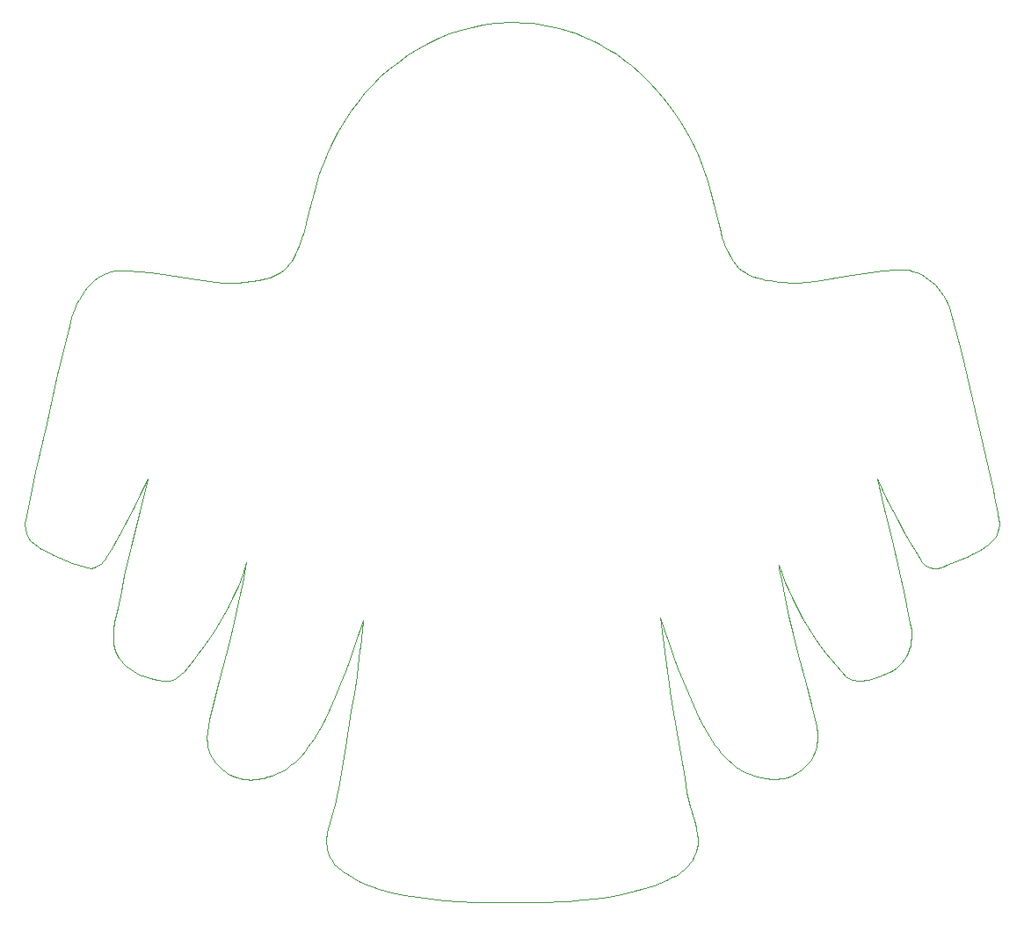
<source format=gbr>
%TF.GenerationSoftware,KiCad,Pcbnew,9.0.6*%
%TF.CreationDate,2026-01-05T12:28:17+01:00*%
%TF.ProjectId,Seegeist,53656567-6569-4737-942e-6b696361645f,rev?*%
%TF.SameCoordinates,Original*%
%TF.FileFunction,Profile,NP*%
%FSLAX46Y46*%
G04 Gerber Fmt 4.6, Leading zero omitted, Abs format (unit mm)*
G04 Created by KiCad (PCBNEW 9.0.6) date 2026-01-05 12:28:17*
%MOMM*%
%LPD*%
G01*
G04 APERTURE LIST*
%TA.AperFunction,Profile*%
%ADD10C,0.100000*%
%TD*%
G04 APERTURE END LIST*
D10*
X151927260Y-120907500D02*
X151686260Y-118974100D01*
X136602860Y-59661500D02*
X136041660Y-59690240D01*
X136041660Y-59690240D02*
X135483060Y-59737640D01*
X135483060Y-59737640D02*
X134374860Y-59886810D01*
X134374860Y-59886810D02*
X133281060Y-60106510D01*
X133281060Y-60106510D02*
X132204360Y-60394270D01*
X132204360Y-60394270D02*
X131147760Y-60747460D01*
X131147760Y-60747460D02*
X130114060Y-61163480D01*
X130114060Y-61163480D02*
X129105860Y-61639960D01*
X129105860Y-61639960D02*
X128126360Y-62174300D01*
X128126360Y-62174300D02*
X127177860Y-62763990D01*
X127177860Y-62763990D02*
X126263460Y-63406430D01*
X126263460Y-63406430D02*
X125385960Y-64099010D01*
X125385960Y-64099010D02*
X124548060Y-64839400D01*
X124548060Y-64839400D02*
X123752760Y-65624800D01*
X123752760Y-65624800D02*
X123002660Y-66452900D01*
X123002660Y-66452900D02*
X122300660Y-67321100D01*
X122300660Y-67321100D02*
X121649660Y-68226700D01*
X121649660Y-68226700D02*
X121199760Y-68869700D01*
X121199760Y-68869700D02*
X120779860Y-69528500D01*
X120779860Y-69528500D02*
X120388260Y-70202000D01*
X120388260Y-70202000D02*
X120023260Y-70888800D01*
X120023260Y-70888800D02*
X119683260Y-71588000D01*
X119683260Y-71588000D02*
X119366660Y-72298400D01*
X119366660Y-72298400D02*
X119071760Y-73018700D01*
X119071760Y-73018700D02*
X118797060Y-73747700D01*
X118797060Y-73747700D02*
X118540960Y-74484600D01*
X118540960Y-74484600D02*
X118301660Y-75227800D01*
X118301660Y-75227800D02*
X117867360Y-76729200D01*
X117867360Y-76729200D02*
X117481060Y-78242600D01*
X117481060Y-78242600D02*
X117130060Y-79758700D01*
X117130060Y-79758700D02*
X116929760Y-80501800D01*
X116929760Y-80501800D02*
X116667060Y-81244800D01*
X116667060Y-81244800D02*
X116510560Y-81608700D01*
X116510560Y-81608700D02*
X116336160Y-81963600D01*
X116336160Y-81963600D02*
X116143060Y-82306500D01*
X116143060Y-82306500D02*
X115930760Y-82634400D01*
X115930760Y-82634400D02*
X115698060Y-82944500D01*
X115698060Y-82944500D02*
X115444460Y-83233300D01*
X115444460Y-83233300D02*
X115168960Y-83498300D01*
X115168960Y-83498300D02*
X114871160Y-83736300D01*
X114871160Y-83736300D02*
X114549960Y-83944300D01*
X114549960Y-83944300D02*
X114204660Y-84119400D01*
X114204660Y-84119400D02*
X113834560Y-84258500D01*
X113834560Y-84258500D02*
X113438960Y-84358600D01*
X113438960Y-84358600D02*
X112771960Y-84499800D01*
X112771960Y-84499800D02*
X112097260Y-84619900D01*
X112097260Y-84619900D02*
X111416160Y-84713700D01*
X111416160Y-84713700D02*
X110730360Y-84776500D01*
X110730360Y-84776500D02*
X110041260Y-84803200D01*
X110041260Y-84803200D02*
X109350560Y-84788900D01*
X109350560Y-84788900D02*
X108659560Y-84728700D01*
X108659560Y-84728700D02*
X107969960Y-84617500D01*
X107969960Y-84617500D02*
X106852160Y-84451200D01*
X106852160Y-84451200D02*
X105732460Y-84267600D01*
X105732460Y-84267600D02*
X103486560Y-83905700D01*
X103486560Y-83905700D02*
X102360160Y-83755500D01*
X102360160Y-83755500D02*
X101231060Y-83644200D01*
X101231060Y-83644200D02*
X100099360Y-83586300D01*
X100099360Y-83586300D02*
X99532260Y-83581600D01*
X99532260Y-83581600D02*
X98964560Y-83595500D01*
X98964560Y-83595500D02*
X98499660Y-83703400D01*
X98499660Y-83703400D02*
X98060860Y-83857600D01*
X98060860Y-83857600D02*
X97647860Y-84055200D01*
X97647860Y-84055200D02*
X97260450Y-84292200D01*
X97260450Y-84292200D02*
X96898420Y-84565400D01*
X96898420Y-84565400D02*
X96561530Y-84871300D01*
X96561530Y-84871300D02*
X96249640Y-85206300D01*
X96249640Y-85206300D02*
X95962630Y-85567100D01*
X95962630Y-85567100D02*
X95700000Y-85950000D01*
X95700000Y-85950000D02*
X95461880Y-86351800D01*
X95461880Y-86351800D02*
X95247900Y-86768800D01*
X95247900Y-86768800D02*
X95057810Y-87197500D01*
X95057810Y-87197500D02*
X94891470Y-87634700D01*
X94891470Y-87634700D02*
X94748780Y-88076500D01*
X94748780Y-88076500D02*
X94629220Y-88519800D01*
X94629220Y-88519800D02*
X94532930Y-88961000D01*
X94532930Y-88961000D02*
X93396340Y-93618400D01*
X93396340Y-93618400D02*
X92314140Y-98289300D01*
X92314140Y-98289300D02*
X91278190Y-102970400D01*
X91278190Y-102970400D02*
X90280290Y-107658200D01*
X90280290Y-107658200D02*
X90256010Y-107877600D01*
X90256010Y-107877600D02*
X90251210Y-108095200D01*
X90251210Y-108095200D02*
X90297500Y-108521500D01*
X90297500Y-108521500D02*
X90413980Y-108929400D01*
X90413980Y-108929400D02*
X90595460Y-109311000D01*
X90595460Y-109311000D02*
X90836750Y-109658200D01*
X90836750Y-109658200D02*
X91132640Y-109963400D01*
X91132640Y-109963400D02*
X91477960Y-110218600D01*
X91477960Y-110218600D02*
X91667530Y-110324900D01*
X91667530Y-110324900D02*
X91867500Y-110415700D01*
X91867500Y-110415700D02*
X92428560Y-110724800D01*
X92428560Y-110724800D02*
X93001440Y-111018600D01*
X93001440Y-111018600D02*
X93584820Y-111295100D01*
X93584820Y-111295100D02*
X94177250Y-111551200D01*
X94177250Y-111551200D02*
X94777270Y-111784700D01*
X94777270Y-111784700D02*
X95383760Y-111993000D01*
X95383760Y-111993000D02*
X95995100Y-112173500D01*
X95995100Y-112173500D02*
X96610050Y-112323500D01*
X96610050Y-112323500D02*
X96877770Y-112242300D01*
X96877770Y-112242300D02*
X97122110Y-112132200D01*
X97122110Y-112132200D02*
X97345170Y-111996200D01*
X97345170Y-111996200D02*
X97549080Y-111837100D01*
X97549080Y-111837100D02*
X97735960Y-111657600D01*
X97735960Y-111657600D02*
X97907860Y-111460600D01*
X97907860Y-111460600D02*
X98215360Y-111025300D01*
X98215360Y-111025300D02*
X98488260Y-110554000D01*
X98488260Y-110554000D02*
X98743360Y-110068900D01*
X98743360Y-110068900D02*
X98997660Y-109592500D01*
X98997660Y-109592500D02*
X99267860Y-109147800D01*
X99267860Y-109147800D02*
X100689460Y-106424600D01*
X100689460Y-106424600D02*
X101374760Y-105050000D01*
X101374760Y-105050000D02*
X102040660Y-103666000D01*
X102040660Y-103666000D02*
X101279060Y-106760400D01*
X101279060Y-106760400D02*
X100530560Y-109857800D01*
X100530560Y-109857800D02*
X99828260Y-112965000D01*
X99828260Y-112965000D02*
X99504860Y-114524200D01*
X99504860Y-114524200D02*
X99205560Y-116088100D01*
X99205560Y-116088100D02*
X99015560Y-116761900D01*
X99015560Y-116761900D02*
X98860460Y-117464300D01*
X98860460Y-117464300D02*
X98759560Y-118180800D01*
X98759560Y-118180800D02*
X98735460Y-118539800D01*
X98735460Y-118539800D02*
X98732060Y-118897000D01*
X98732060Y-118897000D02*
X98751960Y-119250400D01*
X98751960Y-119250400D02*
X98797460Y-119598400D01*
X98797460Y-119598400D02*
X98870960Y-119939000D01*
X98870960Y-119939000D02*
X98975060Y-120270600D01*
X98975060Y-120270600D02*
X99111860Y-120591200D01*
X99111860Y-120591200D02*
X99284060Y-120899000D01*
X99284060Y-120899000D02*
X99493960Y-121192300D01*
X99493960Y-121192300D02*
X99743860Y-121469300D01*
X99743860Y-121469300D02*
X99962360Y-121679500D01*
X99962360Y-121679500D02*
X100193260Y-121875200D01*
X100193260Y-121875200D02*
X100688860Y-122222700D01*
X100688860Y-122222700D02*
X101222160Y-122512500D01*
X101222160Y-122512500D02*
X101785160Y-122745900D01*
X101785160Y-122745900D02*
X102369160Y-122923700D01*
X102369160Y-122923700D02*
X102965860Y-123046800D01*
X102965860Y-123046800D02*
X103567060Y-123116200D01*
X103567060Y-123116200D02*
X104164160Y-123133000D01*
X104164160Y-123133000D02*
X104430560Y-123045400D01*
X104430560Y-123045400D02*
X104679360Y-122932900D01*
X104679360Y-122932900D02*
X104911860Y-122798300D01*
X104911860Y-122798300D02*
X105130060Y-122643900D01*
X105130060Y-122643900D02*
X105335660Y-122472000D01*
X105335660Y-122472000D02*
X105529960Y-122285100D01*
X105529960Y-122285100D02*
X105891860Y-121876200D01*
X105891860Y-121876200D02*
X106229260Y-121436700D01*
X106229260Y-121436700D02*
X106555060Y-120986100D01*
X106555060Y-120986100D02*
X106882860Y-120543900D01*
X106882860Y-120543900D02*
X107225660Y-120129600D01*
X107225660Y-120129600D02*
X107916960Y-119165300D01*
X107916960Y-119165300D02*
X108570260Y-118174100D01*
X108570260Y-118174100D02*
X109183560Y-117157200D01*
X109183560Y-117157200D02*
X109754760Y-116116100D01*
X109754760Y-116116100D02*
X110281660Y-115052300D01*
X110281660Y-115052300D02*
X110762560Y-113967100D01*
X110762560Y-113967100D02*
X111195360Y-112861800D01*
X111195360Y-112861800D02*
X111577760Y-111737900D01*
X111577760Y-111737900D02*
X111215360Y-113654100D01*
X111215360Y-113654100D02*
X110813960Y-115559000D01*
X110813960Y-115559000D02*
X110380960Y-117455100D01*
X110380960Y-117455100D02*
X109924260Y-119345000D01*
X109924260Y-119345000D02*
X108969560Y-123116900D01*
X108969560Y-123116900D02*
X108010860Y-126895300D01*
X108010860Y-126895300D02*
X107876760Y-127453800D01*
X107876760Y-127453800D02*
X107792560Y-128027300D01*
X107792560Y-128027300D02*
X107766260Y-128605700D01*
X107766260Y-128605700D02*
X107805760Y-129178800D01*
X107805760Y-129178800D02*
X107852660Y-129460200D01*
X107852660Y-129460200D02*
X107918960Y-129736500D01*
X107918960Y-129736500D02*
X108005560Y-130006400D01*
X108005560Y-130006400D02*
X108113560Y-130268600D01*
X108113560Y-130268600D02*
X108243860Y-130521900D01*
X108243860Y-130521900D02*
X108397560Y-130765100D01*
X108397560Y-130765100D02*
X108575560Y-130996800D01*
X108575560Y-130996800D02*
X108778860Y-131215800D01*
X108778860Y-131215800D02*
X109004760Y-131465100D01*
X109004760Y-131465100D02*
X109248860Y-131690900D01*
X109248860Y-131690900D02*
X109509660Y-131893200D01*
X109509660Y-131893200D02*
X109785060Y-132071900D01*
X109785060Y-132071900D02*
X110073560Y-132227300D01*
X110073560Y-132227300D02*
X110373360Y-132359200D01*
X110373360Y-132359200D02*
X110682660Y-132467700D01*
X110682660Y-132467700D02*
X110999660Y-132552800D01*
X110999660Y-132552800D02*
X111322660Y-132614600D01*
X111322660Y-132614600D02*
X111649960Y-132653000D01*
X111649960Y-132653000D02*
X111979660Y-132668300D01*
X111979660Y-132668300D02*
X112310160Y-132660200D01*
X112310160Y-132660200D02*
X112639560Y-132629000D01*
X112639560Y-132629000D02*
X112966260Y-132574600D01*
X112966260Y-132574600D02*
X113288360Y-132497100D01*
X113288360Y-132497100D02*
X113604360Y-132396500D01*
X113604360Y-132396500D02*
X114093160Y-132251900D01*
X114093160Y-132251900D02*
X114557460Y-132067800D01*
X114557460Y-132067800D02*
X114997960Y-131847400D01*
X114997960Y-131847400D02*
X115416060Y-131593200D01*
X115416060Y-131593200D02*
X115812460Y-131308300D01*
X115812460Y-131308300D02*
X116188460Y-130995700D01*
X116188460Y-130995700D02*
X116545160Y-130658100D01*
X116545160Y-130658100D02*
X116883360Y-130298600D01*
X116883360Y-130298600D02*
X117204360Y-129920200D01*
X117204360Y-129920200D02*
X117509260Y-129525700D01*
X117509260Y-129525700D02*
X118074460Y-128699800D01*
X118074460Y-128699800D02*
X118587560Y-127844800D01*
X118587560Y-127844800D02*
X119057060Y-126983800D01*
X119057060Y-126983800D02*
X119617060Y-125812900D01*
X119617060Y-125812900D02*
X120146260Y-124628000D01*
X120146260Y-124628000D02*
X120647360Y-123430300D01*
X120647360Y-123430300D02*
X121123260Y-122222000D01*
X121123260Y-122222000D02*
X121576560Y-121004800D01*
X121576560Y-121004800D02*
X122010260Y-119780500D01*
X122010260Y-119780500D02*
X122829160Y-117317600D01*
X122829160Y-117317600D02*
X122827460Y-117565000D01*
X122827460Y-117565000D02*
X122775560Y-118068600D01*
X122775560Y-118068600D02*
X122647860Y-119138700D01*
X122647860Y-119138700D02*
X122437760Y-120874700D01*
X122437760Y-120874700D02*
X122201160Y-122605000D01*
X122201160Y-122605000D02*
X121942460Y-124330600D01*
X121942460Y-124330600D02*
X121667060Y-126053300D01*
X121667060Y-126053300D02*
X121084960Y-129494600D01*
X121084960Y-129494600D02*
X120493660Y-132939200D01*
X120493660Y-132939200D02*
X120419460Y-133547900D01*
X120419460Y-133547900D02*
X120304660Y-134150300D01*
X120304660Y-134150300D02*
X120159860Y-134747900D01*
X120159860Y-134747900D02*
X119995660Y-135342600D01*
X119995660Y-135342600D02*
X119650860Y-136529600D01*
X119650860Y-136529600D02*
X119491560Y-137125200D01*
X119491560Y-137125200D02*
X119355060Y-137724600D01*
X119355060Y-137724600D02*
X119306560Y-137995800D01*
X119306560Y-137995800D02*
X119278460Y-138268900D01*
X119278460Y-138268900D02*
X119270560Y-138542500D01*
X119270560Y-138542500D02*
X119282460Y-138815100D01*
X119282460Y-138815100D02*
X119314160Y-139085500D01*
X119314160Y-139085500D02*
X119365360Y-139352300D01*
X119365360Y-139352300D02*
X119435760Y-139613900D01*
X119435760Y-139613900D02*
X119525060Y-139869200D01*
X119525060Y-139869200D02*
X119633160Y-140116600D01*
X119633160Y-140116600D02*
X119759860Y-140354900D01*
X119759860Y-140354900D02*
X119904660Y-140582500D01*
X119904660Y-140582500D02*
X120067460Y-140798300D01*
X120067460Y-140798300D02*
X120248260Y-141000700D01*
X120248260Y-141000700D02*
X120446460Y-141188300D01*
X120446460Y-141188300D02*
X120662060Y-141360000D01*
X120662060Y-141360000D02*
X120894560Y-141514000D01*
X120894560Y-141514000D02*
X121425360Y-141879900D01*
X121425360Y-141879900D02*
X121973760Y-142206600D01*
X121973760Y-142206600D02*
X122537960Y-142497000D01*
X122537960Y-142497000D02*
X123116460Y-142754200D01*
X123116460Y-142754200D02*
X123707660Y-142981000D01*
X123707660Y-142981000D02*
X124309960Y-143180200D01*
X124309960Y-143180200D02*
X124921660Y-143354600D01*
X124921660Y-143354600D02*
X125541260Y-143507400D01*
X125541260Y-143507400D02*
X126797660Y-143758900D01*
X126797660Y-143758900D02*
X128066460Y-143958100D01*
X128066460Y-143958100D02*
X130589060Y-144291400D01*
X130589060Y-144291400D02*
X132086260Y-144393500D01*
X132086260Y-144393500D02*
X133585560Y-144459400D01*
X133585560Y-144459400D02*
X135085960Y-144493500D01*
X135085960Y-144493500D02*
X136587360Y-144501100D01*
X136587360Y-144501100D02*
X138088960Y-144486500D01*
X138088960Y-144486500D02*
X139590160Y-144454700D01*
X139590160Y-144454700D02*
X142590060Y-144358900D01*
X142590060Y-144358900D02*
X143879660Y-144244700D01*
X143879660Y-144244700D02*
X145174160Y-144106000D01*
X145174160Y-144106000D02*
X146466360Y-143930100D01*
X146466360Y-143930100D02*
X147749460Y-143704100D01*
X147749460Y-143704100D02*
X149016860Y-143415800D01*
X149016860Y-143415800D02*
X149642360Y-143244100D01*
X149642360Y-143244100D02*
X150261260Y-143052000D01*
X150261260Y-143052000D02*
X150872860Y-142837900D01*
X150872860Y-142837900D02*
X151476160Y-142600400D01*
X151476160Y-142600400D02*
X152070260Y-142337600D01*
X152070260Y-142337600D02*
X152654360Y-142048100D01*
X152654360Y-142048100D02*
X152930060Y-141896100D01*
X152930060Y-141896100D02*
X153197960Y-141725800D01*
X153197960Y-141725800D02*
X153456060Y-141537900D01*
X153456060Y-141537900D02*
X153702560Y-141333800D01*
X153702560Y-141333800D02*
X153935260Y-141114100D01*
X153935260Y-141114100D02*
X154152360Y-140879800D01*
X154152360Y-140879800D02*
X154351960Y-140632100D01*
X154351960Y-140632100D02*
X154531760Y-140371900D01*
X154531760Y-140371900D02*
X154689960Y-140099900D01*
X154689960Y-140099900D02*
X154824560Y-139817500D01*
X154824560Y-139817500D02*
X154933660Y-139525300D01*
X154933660Y-139525300D02*
X155015160Y-139224500D01*
X155015160Y-139224500D02*
X155067160Y-138915900D01*
X155067160Y-138915900D02*
X155087560Y-138600700D01*
X155087560Y-138600700D02*
X155074460Y-138279700D01*
X155074460Y-138279700D02*
X155025960Y-137953700D01*
X155025960Y-137953700D02*
X154897760Y-137261200D01*
X154897760Y-137261200D02*
X154729860Y-136577400D01*
X154729860Y-136577400D02*
X154339860Y-135222400D01*
X154339860Y-135222400D02*
X154149560Y-134544100D01*
X154149560Y-134544100D02*
X153983860Y-133860900D01*
X153983860Y-133860900D02*
X153858460Y-133169000D01*
X153858460Y-133169000D02*
X153789660Y-132465200D01*
X153789660Y-132465200D02*
X153110960Y-128618900D01*
X153110960Y-128618900D02*
X152481560Y-124767100D01*
X152481560Y-124767100D02*
X152193460Y-122838400D01*
X152193460Y-122838400D02*
X151927260Y-120907500D01*
X151686260Y-118974100D02*
X151473560Y-117037700D01*
X151473560Y-117037700D02*
X151845260Y-118279900D01*
X151845260Y-118279900D02*
X152247160Y-119512800D01*
X152247160Y-119512800D02*
X152677460Y-120736600D01*
X152677460Y-120736600D02*
X153133760Y-121951200D01*
X153133760Y-121951200D02*
X153613860Y-123156700D01*
X153613860Y-123156700D02*
X154115560Y-124353200D01*
X154115560Y-124353200D02*
X154636960Y-125540900D01*
X154636960Y-125540900D02*
X155175860Y-126719700D01*
X155175860Y-126719700D02*
X155637560Y-127583600D01*
X155637560Y-127583600D02*
X156139960Y-128446700D01*
X156139960Y-128446700D02*
X156692060Y-129285600D01*
X156692060Y-129285600D02*
X156989660Y-129688500D01*
X156989660Y-129688500D02*
X157303060Y-130076500D01*
X157303060Y-130076500D02*
X157633460Y-130446600D01*
X157633460Y-130446600D02*
X157981760Y-130795900D01*
X157981760Y-130795900D02*
X158349560Y-131121500D01*
X158349560Y-131121500D02*
X158737560Y-131420300D01*
X158737560Y-131420300D02*
X159146960Y-131689400D01*
X159146960Y-131689400D02*
X159579160Y-131925900D01*
X159579160Y-131925900D02*
X160035060Y-132126900D01*
X160035060Y-132126900D02*
X160515760Y-132289200D01*
X160515760Y-132289200D02*
X161130160Y-132467200D01*
X161130160Y-132467200D02*
X161765060Y-132577600D01*
X161765060Y-132577600D02*
X162086360Y-132605500D01*
X162086360Y-132605500D02*
X162407960Y-132614100D01*
X162407960Y-132614100D02*
X162728460Y-132602500D01*
X162728460Y-132602500D02*
X163046160Y-132570100D01*
X163046160Y-132570100D02*
X163359660Y-132516100D01*
X163359660Y-132516100D02*
X163667260Y-132439800D01*
X163667260Y-132439800D02*
X163967260Y-132340100D01*
X163967260Y-132340100D02*
X164258260Y-132216600D01*
X164258260Y-132216600D02*
X164538760Y-132068100D01*
X164538760Y-132068100D02*
X164806960Y-131894200D01*
X164806960Y-131894200D02*
X165061460Y-131693900D01*
X165061460Y-131693900D02*
X165300560Y-131466400D01*
X165300560Y-131466400D02*
X165514960Y-131260100D01*
X165514960Y-131260100D02*
X165710660Y-131039200D01*
X165710660Y-131039200D02*
X165887660Y-130805000D01*
X165887660Y-130805000D02*
X166045660Y-130559000D01*
X166045660Y-130559000D02*
X166184360Y-130302400D01*
X166184360Y-130302400D02*
X166303860Y-130036700D01*
X166303860Y-130036700D02*
X166403560Y-129763100D01*
X166403560Y-129763100D02*
X166483460Y-129483100D01*
X166483460Y-129483100D02*
X166543460Y-129197800D01*
X166543460Y-129197800D02*
X166582960Y-128908900D01*
X166582960Y-128908900D02*
X166602260Y-128617600D01*
X166602260Y-128617600D02*
X166600760Y-128325100D01*
X166600760Y-128325100D02*
X166578360Y-128032800D01*
X166578360Y-128032800D02*
X166534960Y-127742200D01*
X166534960Y-127742200D02*
X166470260Y-127454600D01*
X166470260Y-127454600D02*
X166384060Y-127171300D01*
X166384060Y-127171300D02*
X165989660Y-125449600D01*
X165989660Y-125449600D02*
X165565760Y-123734800D01*
X165565760Y-123734800D02*
X164680560Y-120314000D01*
X164680560Y-120314000D02*
X164244060Y-118602100D01*
X164244060Y-118602100D02*
X163828560Y-116885300D01*
X163828560Y-116885300D02*
X163446560Y-115160700D01*
X163446560Y-115160700D02*
X163110460Y-113425400D01*
X163110460Y-113425400D02*
X162894360Y-112331400D01*
X162894360Y-112331400D02*
X162831560Y-111946200D01*
X162831560Y-111946200D02*
X162837860Y-111933600D01*
X162837860Y-111933600D02*
X162856160Y-111966700D01*
X162856160Y-111966700D02*
X162935060Y-112195100D01*
X162935060Y-112195100D02*
X163201060Y-112927200D01*
X163201060Y-112927200D02*
X163485760Y-113652700D01*
X163485760Y-113652700D02*
X163789460Y-114370900D01*
X163789460Y-114370900D02*
X164111660Y-115081100D01*
X164111660Y-115081100D02*
X164452460Y-115782900D01*
X164452460Y-115782900D02*
X164811460Y-116475600D01*
X164811460Y-116475600D02*
X165188760Y-117158300D01*
X165188760Y-117158300D02*
X165584160Y-117830900D01*
X165584160Y-117830900D02*
X165997560Y-118492400D01*
X165997560Y-118492400D02*
X166428660Y-119142200D01*
X166428660Y-119142200D02*
X166877360Y-119779700D01*
X166877360Y-119779700D02*
X167343760Y-120404500D01*
X167343760Y-120404500D02*
X167827360Y-121015700D01*
X167827360Y-121015700D02*
X168328360Y-121612900D01*
X168328360Y-121612900D02*
X168846360Y-122195400D01*
X168846360Y-122195400D02*
X169381360Y-122762400D01*
X169381360Y-122762400D02*
X169631560Y-122905600D01*
X169631560Y-122905600D02*
X169887060Y-123011400D01*
X169887060Y-123011400D02*
X170147160Y-123082900D01*
X170147160Y-123082900D02*
X170411060Y-123123200D01*
X170411060Y-123123200D02*
X170677960Y-123135200D01*
X170677960Y-123135200D02*
X170946760Y-123122000D01*
X170946760Y-123122000D02*
X171216860Y-123086600D01*
X171216860Y-123086600D02*
X171487460Y-123032200D01*
X171487460Y-123032200D02*
X172026260Y-122877800D01*
X172026260Y-122877800D02*
X172556760Y-122683200D01*
X172556760Y-122683200D02*
X173565360Y-122270000D01*
X173565360Y-122270000D02*
X173891660Y-122080700D01*
X173891660Y-122080700D02*
X174192060Y-121861200D01*
X174192060Y-121861200D02*
X174466060Y-121614500D01*
X174466060Y-121614500D02*
X174712860Y-121343200D01*
X174712860Y-121343200D02*
X174932460Y-121050100D01*
X174932460Y-121050100D02*
X175124160Y-120737800D01*
X175124160Y-120737800D02*
X175287360Y-120409000D01*
X175287360Y-120409000D02*
X175421860Y-120066600D01*
X175421860Y-120066600D02*
X175526960Y-119713300D01*
X175526960Y-119713300D02*
X175602460Y-119351700D01*
X175602460Y-119351700D02*
X175647660Y-118984500D01*
X175647660Y-118984500D02*
X175662060Y-118614600D01*
X175662060Y-118614600D02*
X175645560Y-118244600D01*
X175645560Y-118244600D02*
X175597160Y-117877200D01*
X175597160Y-117877200D02*
X175516760Y-117515200D01*
X175516760Y-117515200D02*
X175403960Y-117161300D01*
X175403960Y-117161300D02*
X174860660Y-114509800D01*
X174860660Y-114509800D02*
X174294760Y-111864100D01*
X174294760Y-111864100D02*
X173690760Y-109226900D01*
X173690760Y-109226900D02*
X173033360Y-106601200D01*
X173033360Y-106601200D02*
X172319160Y-103644400D01*
X172319160Y-103644400D02*
X173310460Y-105705000D01*
X173310460Y-105705000D02*
X174343460Y-107748400D01*
X174343460Y-107748400D02*
X174884760Y-108756500D01*
X174884760Y-108756500D02*
X175447460Y-109751700D01*
X175447460Y-109751700D02*
X176035160Y-110731200D01*
X176035160Y-110731200D02*
X176651560Y-111692100D01*
X176651560Y-111692100D02*
X176893860Y-111927500D01*
X176893860Y-111927500D02*
X177168160Y-112099700D01*
X177168160Y-112099700D02*
X177466160Y-112211200D01*
X177466160Y-112211200D02*
X177779360Y-112264500D01*
X177779360Y-112264500D02*
X178099460Y-112262200D01*
X178099460Y-112262200D02*
X178418360Y-112207000D01*
X178418360Y-112207000D02*
X178727560Y-112101400D01*
X178727560Y-112101400D02*
X179018460Y-111948000D01*
X179018460Y-111948000D02*
X180303160Y-111443500D01*
X180303160Y-111443500D02*
X180952760Y-111182500D01*
X180952760Y-111182500D02*
X181590860Y-110898000D01*
X181590860Y-110898000D02*
X182205060Y-110576600D01*
X182205060Y-110576600D02*
X182782960Y-110205400D01*
X182782960Y-110205400D02*
X183054460Y-109996700D01*
X183054460Y-109996700D02*
X183312360Y-109770800D01*
X183312360Y-109770800D02*
X183554960Y-109525600D01*
X183554960Y-109525600D02*
X183780760Y-109259800D01*
X183780760Y-109259800D02*
X183902660Y-108988200D01*
X183902660Y-108988200D02*
X183990560Y-108713600D01*
X183990560Y-108713600D02*
X184047560Y-108436200D01*
X184047560Y-108436200D02*
X184076960Y-108156500D01*
X184076960Y-108156500D02*
X184082660Y-107874700D01*
X184082660Y-107874700D02*
X184066960Y-107591400D01*
X184066960Y-107591400D02*
X183985960Y-107021800D01*
X183985960Y-107021800D02*
X183861060Y-106450500D01*
X183861060Y-106450500D02*
X183718860Y-105880700D01*
X183718860Y-105880700D02*
X183585660Y-105315500D01*
X183585660Y-105315500D02*
X183487960Y-104758100D01*
X183487960Y-104758100D02*
X182492560Y-100345400D01*
X182492560Y-100345400D02*
X181514760Y-95927700D01*
X181514760Y-95927700D02*
X181007860Y-93723400D01*
X181007860Y-93723400D02*
X180476060Y-91525800D01*
X180476060Y-91525800D02*
X179909260Y-89337200D01*
X179909260Y-89337200D02*
X179297960Y-87160300D01*
X179297960Y-87160300D02*
X179137460Y-86767700D01*
X179137460Y-86767700D02*
X178947860Y-86383000D01*
X178947860Y-86383000D02*
X178730760Y-86009300D01*
X178730760Y-86009300D02*
X178487660Y-85649500D01*
X178487660Y-85649500D02*
X178219960Y-85306900D01*
X178219960Y-85306900D02*
X177928960Y-84984400D01*
X177928960Y-84984400D02*
X177616260Y-84685200D01*
X177616260Y-84685200D02*
X177283360Y-84412400D01*
X177283360Y-84412400D02*
X176931660Y-84168800D01*
X176931660Y-84168800D02*
X176562460Y-83957700D01*
X176562460Y-83957700D02*
X176177360Y-83782000D01*
X176177360Y-83782000D02*
X175777760Y-83645000D01*
X175777760Y-83645000D02*
X175365260Y-83549600D01*
X175365260Y-83549600D02*
X174941060Y-83499000D01*
X174941060Y-83499000D02*
X174506560Y-83496000D01*
X174506560Y-83496000D02*
X174063560Y-83544000D01*
X174063560Y-83544000D02*
X172859960Y-83634300D01*
X172859960Y-83634300D02*
X171661360Y-83772200D01*
X171661360Y-83772200D02*
X170466460Y-83942900D01*
X170466460Y-83942900D02*
X169273760Y-84132300D01*
X169273760Y-84132300D02*
X166889460Y-84509900D01*
X166889460Y-84509900D02*
X165695160Y-84669300D01*
X165695160Y-84669300D02*
X164497460Y-84790100D01*
X164497460Y-84790100D02*
X162842260Y-84663700D01*
X162842260Y-84663700D02*
X161996960Y-84562900D01*
X161996960Y-84562900D02*
X161579260Y-84491900D01*
X161579260Y-84491900D02*
X161168360Y-84402700D01*
X161168360Y-84402700D02*
X160766760Y-84292200D01*
X160766760Y-84292200D02*
X160377360Y-84157200D01*
X160377360Y-84157200D02*
X160002660Y-83994400D01*
X160002660Y-83994400D02*
X159645160Y-83800500D01*
X159645160Y-83800500D02*
X159307960Y-83572500D01*
X159307960Y-83572500D02*
X158992960Y-83306800D01*
X158992960Y-83306800D02*
X158703560Y-83000500D01*
X158703560Y-83000500D02*
X158442360Y-82650300D01*
X158442360Y-82650300D02*
X158180460Y-82210400D01*
X158180460Y-82210400D02*
X157948260Y-81758800D01*
X157948260Y-81758800D02*
X157742560Y-81297000D01*
X157742560Y-81297000D02*
X157559860Y-80826000D01*
X157559860Y-80826000D02*
X157397060Y-80347300D01*
X157397060Y-80347300D02*
X157250860Y-79862100D01*
X157250860Y-79862100D02*
X156995160Y-78877300D01*
X156995160Y-78877300D02*
X156539260Y-76885500D01*
X156539260Y-76885500D02*
X156286660Y-75898900D01*
X156286660Y-75898900D02*
X155982760Y-74932100D01*
X155982760Y-74932100D02*
X155596560Y-73771700D01*
X155596560Y-73771700D02*
X155150360Y-72629200D01*
X155150360Y-72629200D02*
X154645360Y-71508400D01*
X154645360Y-71508400D02*
X154083060Y-70413300D01*
X154083060Y-70413300D02*
X153464760Y-69348300D01*
X153464760Y-69348300D02*
X152791760Y-68317200D01*
X152791760Y-68317200D02*
X152065560Y-67324000D01*
X152065560Y-67324000D02*
X151287260Y-66373100D01*
X151287260Y-66373100D02*
X150458360Y-65468400D01*
X150458360Y-65468400D02*
X149580260Y-64613800D01*
X149580260Y-64613800D02*
X148654260Y-63813620D01*
X148654260Y-63813620D02*
X148173660Y-63435170D01*
X148173660Y-63435170D02*
X147681460Y-63071900D01*
X147681460Y-63071900D02*
X147178160Y-62724180D01*
X147178160Y-62724180D02*
X146663760Y-62392510D01*
X146663760Y-62392510D02*
X146138260Y-62077630D01*
X146138260Y-62077630D02*
X145601860Y-61779800D01*
X145601860Y-61779800D02*
X145054960Y-61499630D01*
X145054960Y-61499630D02*
X144497660Y-61237630D01*
X144497660Y-61237630D02*
X143929960Y-60994280D01*
X143929960Y-60994280D02*
X143352060Y-60770230D01*
X143352060Y-60770230D02*
X142539860Y-60486080D01*
X142539860Y-60486080D02*
X141714360Y-60242240D01*
X141714360Y-60242240D02*
X140877960Y-60039580D01*
X140877960Y-60039580D02*
X140032760Y-59878470D01*
X140032760Y-59878470D02*
X139180460Y-59759540D01*
X139180460Y-59759540D02*
X138323360Y-59683390D01*
X138323360Y-59683390D02*
X137463460Y-59650420D01*
X137463460Y-59650420D02*
X136602860Y-59661490D01*
X136602860Y-59661490D02*
X136602860Y-59661490D01*
X136602860Y-59661490D02*
X136602860Y-59661500D01*
M02*

</source>
